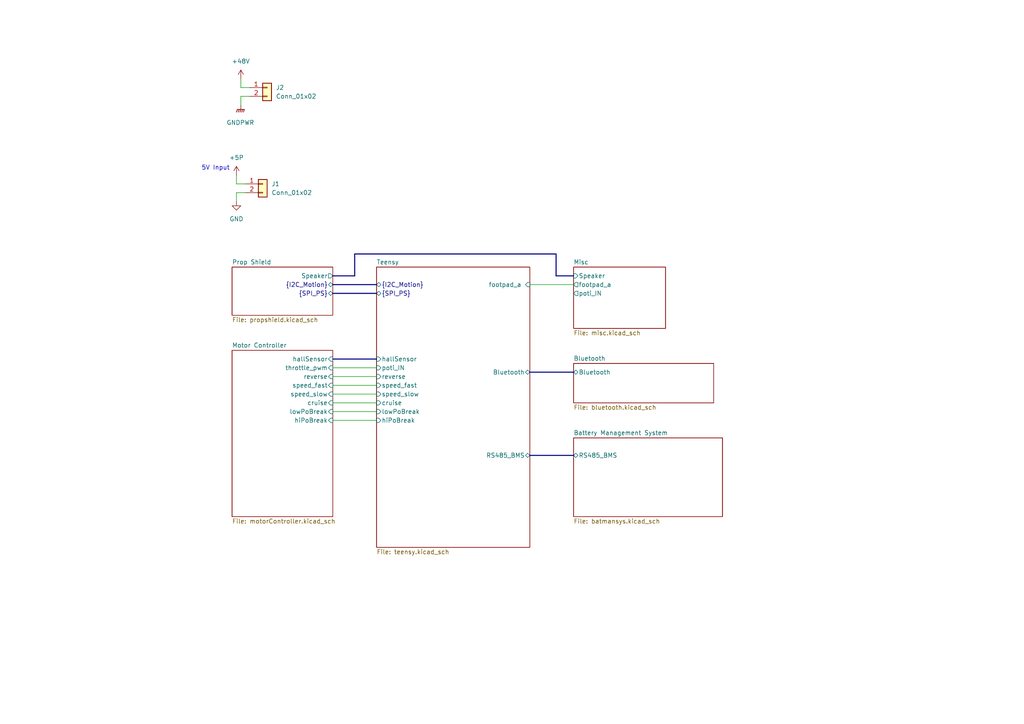
<source format=kicad_sch>
(kicad_sch (version 20211123) (generator eeschema)
  (paper "A4")
  (lib_symbols
    (symbol "Connector_Generic:Conn_01x02" (pin_names (offset 1.016) hide)
      (property "Reference" "J" (at 0 2.54 0))
      (property "Value" "Conn_01x02" (at 0 -5.08 0))
      (symbol "Conn_01x02_1_1"
        (rectangle (start -1.27 -2.413) (end 0 -2.667) (stroke (width 0.1524)))
        (rectangle (start -1.27 0.127) (end 0 -0.127) (stroke (width 0.1524)))
        (rectangle (start -1.27 1.27) (end 1.27 -3.81) (stroke (width 0.254)) (fill (type background)))
        (pin passive line (at -5.08 0 0) (length 3.81) (name "Pin_1") (number "1"))
        (pin passive line (at -5.08 -2.54 0) (length 3.81) (name "Pin_2") (number "2"))
      )
    )
    (symbol "power:+48V" (power) (pin_names (offset 0))
      (property "Value" "+48V" (at 0 3.556 0))
      (symbol "+48V_0_1"
        (polyline (pts (xy -0.762 1.27) (xy 0 2.54)))
        (polyline (pts (xy 0 0) (xy 0 2.54)))
        (polyline (pts (xy 0 2.54) (xy 0.762 1.27)))
      )
      (symbol "+48V_1_1"
        (pin power_in line (at 0 0 90) (length 0) hide (name "+48V") (number "1"))
      )
    )
    (symbol "power:+5P" (power) (pin_names (offset 0))
      (property "Value" "+5P" (at 0 3.556 0))
      (symbol "+5P_0_1"
        (polyline (pts (xy -0.762 1.27) (xy 0 2.54)))
        (polyline (pts (xy 0 0) (xy 0 2.54)))
        (polyline (pts (xy 0 2.54) (xy 0.762 1.27)))
      )
      (symbol "+5P_1_1"
        (pin power_in line (at 0 0 90) (length 0) hide (name "+5P") (number "1"))
      )
    )
    (symbol "power:GND" (power) (pin_names (offset 0))
      (property "Value" "GND" (at 0 -3.81 0))
      (symbol "GND_0_1"
        (polyline (pts (xy 0 0) (xy 0 -1.27) (xy 1.27 -1.27) (xy 0 -2.54) (xy -1.27 -1.27) (xy 0 -1.27)))
      )
      (symbol "GND_1_1"
        (pin power_in line (at 0 0 270) (length 0) hide (name "GND") (number "1"))
      )
    )
    (symbol "power:GNDPWR" (power) (pin_names (offset 0))
      (property "Value" "GNDPWR" (at 0 -3.302 0))
      (symbol "GNDPWR_0_1"
        (polyline (pts (xy 0 -1.27) (xy 0 0)))
        (polyline (pts (xy -1.016 -1.27) (xy -1.27 -2.032) (xy -1.27 -2.032)) (stroke (width 0.2032)))
        (polyline (pts (xy -0.508 -1.27) (xy -0.762 -2.032) (xy -0.762 -2.032)) (stroke (width 0.2032)))
        (polyline (pts (xy 0 -1.27) (xy -0.254 -2.032) (xy -0.254 -2.032)) (stroke (width 0.2032)))
        (polyline (pts (xy 0.508 -1.27) (xy 0.254 -2.032) (xy 0.254 -2.032)) (stroke (width 0.2032)))
        (polyline (pts (xy 1.016 -1.27) (xy -1.016 -1.27) (xy -1.016 -1.27)) (stroke (width 0.2032)))
        (polyline (pts (xy 1.016 -1.27) (xy 0.762 -2.032) (xy 0.762 -2.032) (xy 0.762 -2.032)) (stroke (width 0.2032)))
      )
      (symbol "GNDPWR_1_1"
        (pin power_in line (at 0 0 270) (length 0) hide (name "GNDPWR") (number "1"))
      )
    )
  )
  (wire (pts (xy 72.39 27.94) (xy 69.85 27.94)))
  (bus (pts (xy 96.52 82.55) (xy 109.22 82.55)))
  (wire (pts (xy 68.58 53.34) (xy 71.12 53.34)))
  (wire (pts (xy 68.58 50.8) (xy 68.58 53.34)))
  (bus (pts (xy 161.29 73.66) (xy 161.29 80.01)))
  (wire (pts (xy 96.52 109.22) (xy 109.22 109.22)))
  (bus (pts (xy 96.52 104.14) (xy 109.22 104.14)))
  (bus (pts (xy 153.67 132.08) (xy 166.37 132.08)))
  (bus (pts (xy 96.52 85.09) (xy 109.22 85.09)))
  (wire (pts (xy 96.52 116.84) (xy 109.22 116.84)))
  (wire (pts (xy 153.67 82.55) (xy 166.37 82.55)))
  (bus (pts (xy 102.87 73.66) (xy 161.29 73.66)))
  (wire (pts (xy 96.52 119.38) (xy 109.22 119.38)))
  (wire (pts (xy 96.52 114.3) (xy 109.22 114.3)))
  (wire (pts (xy 68.58 58.42) (xy 68.58 55.88)))
  (wire (pts (xy 96.52 121.92) (xy 109.22 121.92)))
  (wire (pts (xy 96.52 111.76) (xy 109.22 111.76)))
  (bus (pts (xy 102.87 80.01) (xy 102.87 73.66)))
  (wire (pts (xy 69.85 27.94) (xy 69.85 30.48)))
  (bus (pts (xy 96.52 80.01) (xy 102.87 80.01)))
  (wire (pts (xy 96.52 106.68) (xy 109.22 106.68)))
  (wire (pts (xy 69.85 25.4) (xy 69.85 22.86)))
  (bus (pts (xy 161.29 80.01) (xy 166.37 80.01)))
  (bus (pts (xy 153.67 107.95) (xy 166.37 107.95)))
  (wire (pts (xy 68.58 55.88) (xy 71.12 55.88)))
  (wire (pts (xy 72.39 25.4) (xy 69.85 25.4)))
  (text "5V Input" (at 58.42 49.53 0) (effects (font (size 1.27 1.27)) (justify left bottom)))
  (symbol (lib_id "power:+48V") (at 69.85 22.86 0) (unit 1)
    (property "Reference" "#PWR0109" (effects hide))
    (property "Value" "+48V" (at 69.85 17.78 0))
  )
  (symbol (lib_id "power:GND") (at 68.58 58.42 0) (unit 1)
    (property "Reference" "#PWR0112" (effects hide))
    (property "Value" "GND" (at 68.58 63.5 0))
  )
  (symbol (lib_id "power:GNDPWR") (at 69.85 30.48 0) (unit 1)
    (property "Reference" "#PWR0111" (effects hide))
    (property "Value" "GNDPWR" (at 69.723 35.56 0))
  )
  (symbol (lib_id "power:+5P") (at 68.58 50.8 0) (unit 1)
    (property "Reference" "#PWR0110" (effects hide))
    (property "Value" "+5P" (at 68.58 45.72 0))
  )
  (symbol (lib_id "Connector_Generic:Conn_01x02") (at 77.47 25.4 0) (unit 1)
    (property "Reference" "J2" (at 80.01 25.3999 0) (effects (justify left)))
    (property "Value" "Conn_01x02" (at 80.01 27.9399 0) (effects (justify left)))
  )
  (symbol (lib_id "Connector_Generic:Conn_01x02") (at 76.2 53.34 0) (unit 1)
    (property "Reference" "J1" (at 78.74 53.3399 0) (effects (justify left)))
    (property "Value" "Conn_01x02" (at 78.74 55.8799 0) (effects (justify left)))
    (property "Footprint" "Connector_JST:JST_SHL_SM02B-SHLS-TF_1x02-1MP_P1.00mm_Horizontal" (effects hide))
  )
  (sheet (at 67.31 77.47) (size 29.21 13.97) (stroke (width 0.1524))
    (property "Sheet name" "Prop Shield" (at 67.31 76.7584 0) (effects (justify left bottom)))
    (property "Sheet file" "propshield.kicad_sch" (at 67.31 92.0246 0) (effects (justify left top)))
    (pin "{I2C_Motion}" bidirectional (at 96.52 82.55 0))
    (pin "{SPI_PS}" bidirectional (at 96.52 85.09 0))
    (pin "Speaker" output (at 96.52 80.01 0))
  )
  (sheet (at 166.37 127) (size 43.18 22.86) (stroke (width 0.1524))
    (property "Sheet name" "Battery Management System" (at 166.37 126.2884 0) (effects (justify left bottom)))
    (property "Sheet file" "batmansys.kicad_sch" (at 166.37 150.4446 0) (effects (justify left top)))
    (pin "RS485_BMS" bidirectional (at 166.37 132.08 180))
  )
  (sheet (at 166.37 105.41) (size 40.64 11.43) (stroke (width 0.1524))
    (property "Sheet name" "Bluetooth" (at 166.37 104.6984 0) (effects (justify left bottom)))
    (property "Sheet file" "bluetooth.kicad_sch" (at 166.37 117.4246 0) (effects (justify left top)))
    (pin "Bluetooth" bidirectional (at 166.37 107.95 180))
  )
  (sheet (at 109.22 77.47) (size 44.45 81.28) (stroke (width 0.1524))
    (property "Sheet name" "Teensy" (at 109.22 76.7584 0) (effects (justify left bottom)))
    (property "Sheet file" "teensy.kicad_sch" (at 109.22 159.3346 0) (effects (justify left top)))
    (pin "speed_slow" input (at 109.22 114.3 180))
    (pin "cruise" input (at 109.22 116.84 180))
    (pin "speed_fast" input (at 109.22 111.76 180))
    (pin "lowPoBreak" input (at 109.22 119.38 180))
    (pin "reverse" input (at 109.22 109.22 180))
    (pin "hiPoBreak" input (at 109.22 121.92 180))
    (pin "hallSensor" input (at 109.22 104.14 180))
    (pin "{SPI_PS}" bidirectional (at 109.22 85.09 180))
    (pin "{I2C_Motion}" bidirectional (at 109.22 82.55 180))
    (pin "Bluetooth" bidirectional (at 153.67 107.95 0))
    (pin "footpad_a " input (at 153.67 82.55 0))
    (pin "RS485_BMS" bidirectional (at 153.67 132.08 0))
    (pin "poti_IN" input (at 109.22 106.68 180))
  )
  (sheet (at 67.31 101.6) (size 29.21 48.26) (stroke (width 0.1524))
    (property "Sheet name" "Motor Controller" (at 67.31 100.8884 0) (effects (justify left bottom)))
    (property "Sheet file" "motorController.kicad_sch" (at 67.31 150.4446 0) (effects (justify left top)))
    (pin "reverse" input (at 96.52 109.22 0))
    (pin "lowPoBreak" input (at 96.52 119.38 0))
    (pin "cruise" input (at 96.52 116.84 0))
    (pin "hiPoBreak" input (at 96.52 121.92 0))
    (pin "speed_slow" input (at 96.52 114.3 0))
    (pin "speed_fast" input (at 96.52 111.76 0))
    (pin "hallSensor" input (at 96.52 104.14 0))
    (pin "throttle_pwm" input (at 96.52 106.68 0))
  )
  (sheet (at 166.37 77.47) (size 26.67 17.78) (stroke (width 0.1524))
    (property "Sheet name" "Misc" (at 166.37 76.7584 0) (effects (justify left bottom)))
    (property "Sheet file" "misc.kicad_sch" (at 166.37 95.8346 0) (effects (justify left top)))
    (pin "footpad_a " output (at 166.37 82.55 180))
    (pin "Speaker" input (at 166.37 80.01 180))
    (pin "poti_IN" output (at 166.37 85.09 180))
  )
)
</source>
